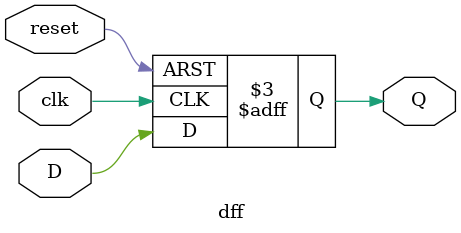
<source format=v>
`timescale 1ns / 1ps
module dff(clk, reset, D, Q );
	input clk, reset, D;
	output reg Q;
	
	always@(posedge clk, posedge reset)
		begin 
		if( reset == 1)// if reset is asserted
			Q <= 1'b0;// Q gets 0 
			
		else //if reset is not asserted
			Q <= D; // Q gets D on next active edge of clock
		end


endmodule

</source>
